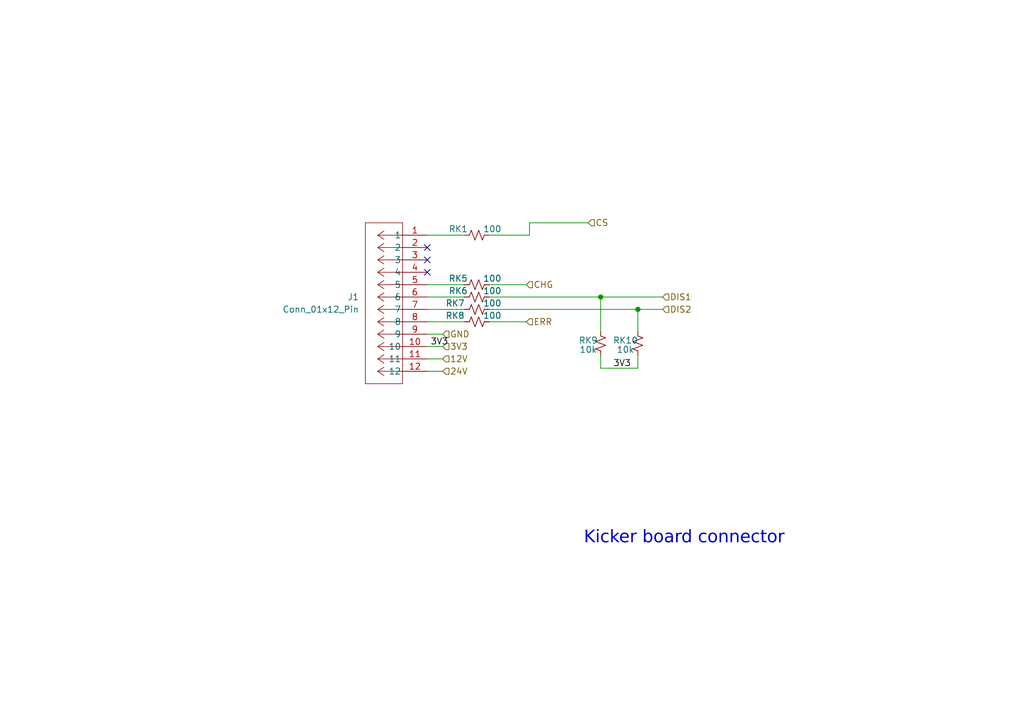
<source format=kicad_sch>
(kicad_sch (version 20231120) (generator "eeschema") (generator_version "8.0")
  (paper "A5")
  (lib_symbols
    (symbol "Device:R_Small_US" (pin_numbers hide) (pin_names (offset 0.254) hide)
      (property "Reference" "R" (at 0.762 0.508 0))
      (property "Value" "R_Small_US" (at 0.762 -1.016 0))
      (symbol "R_Small_US_1_1"
        (polyline (pts (xy 0 0) (xy 1.016 -0.381) (xy 0 -0.762) (xy -1.016 -1.143) (xy 0 -1.524)))
        (polyline (pts (xy 0 1.524) (xy 1.016 1.143) (xy 0 0.762) (xy -1.016 0.381) (xy 0 0)))
        (pin passive line (at 0 2.54 270) (length 1.016) (name "~") (number "1"))
        (pin passive line (at 0 -2.54 90) (length 1.016) (name "~") (number "2"))
      )
    )
    (symbol "Hirose_12PConn:DF13-12P-1.25DS20" (pin_names (offset 0.254))
      (property "Reference" "J" (at 8.89 6.35 0))
      (property "Value" "DF13-12P-1.25DS20" (at 0 0 0))
      (symbol "DF13-12P-1.25DS20_0_1"
        (polyline (pts (xy 5.08 -30.48) (xy 12.7 -30.48)) (stroke (width 0.127)))
        (polyline (pts (xy 5.08 2.54) (xy 5.08 -30.48)) (stroke (width 0.127)))
        (polyline (pts (xy 10.16 -27.94) (xy 5.08 -27.94)) (stroke (width 0.127)))
        (polyline (pts (xy 10.16 -27.94) (xy 8.89 -28.7867)) (stroke (width 0.127)))
        (polyline (pts (xy 10.16 -27.94) (xy 8.89 -27.0933)) (stroke (width 0.127)))
        (polyline (pts (xy 10.16 -25.4) (xy 5.08 -25.4)) (stroke (width 0.127)))
        (polyline (pts (xy 10.16 -25.4) (xy 8.89 -26.2467)) (stroke (width 0.127)))
        (polyline (pts (xy 10.16 -25.4) (xy 8.89 -24.5533)) (stroke (width 0.127)))
        (polyline (pts (xy 10.16 -22.86) (xy 5.08 -22.86)) (stroke (width 0.127)))
        (polyline (pts (xy 10.16 -22.86) (xy 8.89 -23.7067)) (stroke (width 0.127)))
        (polyline (pts (xy 10.16 -22.86) (xy 8.89 -22.0133)) (stroke (width 0.127)))
        (polyline (pts (xy 10.16 -20.32) (xy 5.08 -20.32)) (stroke (width 0.127)))
        (polyline (pts (xy 10.16 -20.32) (xy 8.89 -21.1667)) (stroke (width 0.127)))
        (polyline (pts (xy 10.16 -20.32) (xy 8.89 -19.4733)) (stroke (width 0.127)))
        (polyline (pts (xy 10.16 -17.78) (xy 5.08 -17.78)) (stroke (width 0.127)))
        (polyline (pts (xy 10.16 -17.78) (xy 8.89 -18.6267)) (stroke (width 0.127)))
        (polyline (pts (xy 10.16 -17.78) (xy 8.89 -16.9333)) (stroke (width 0.127)))
        (polyline (pts (xy 10.16 -15.24) (xy 5.08 -15.24)) (stroke (width 0.127)))
        (polyline (pts (xy 10.16 -15.24) (xy 8.89 -16.0867)) (stroke (width 0.127)))
        (polyline (pts (xy 10.16 -15.24) (xy 8.89 -14.3933)) (stroke (width 0.127)))
        (polyline (pts (xy 10.16 -12.7) (xy 5.08 -12.7)) (stroke (width 0.127)))
        (polyline (pts (xy 10.16 -12.7) (xy 8.89 -13.5467)) (stroke (width 0.127)))
        (polyline (pts (xy 10.16 -12.7) (xy 8.89 -11.8533)) (stroke (width 0.127)))
        (polyline (pts (xy 10.16 -10.16) (xy 5.08 -10.16)) (stroke (width 0.127)))
        (polyline (pts (xy 10.16 -10.16) (xy 8.89 -11.0067)) (stroke (width 0.127)))
        (polyline (pts (xy 10.16 -10.16) (xy 8.89 -9.3133)) (stroke (width 0.127)))
        (polyline (pts (xy 10.16 -7.62) (xy 5.08 -7.62)) (stroke (width 0.127)))
        (polyline (pts (xy 10.16 -7.62) (xy 8.89 -8.4667)) (stroke (width 0.127)))
        (polyline (pts (xy 10.16 -7.62) (xy 8.89 -6.7733)) (stroke (width 0.127)))
        (polyline (pts (xy 10.16 -5.08) (xy 5.08 -5.08)) (stroke (width 0.127)))
        (polyline (pts (xy 10.16 -5.08) (xy 8.89 -5.9267)) (stroke (width 0.127)))
        (polyline (pts (xy 10.16 -5.08) (xy 8.89 -4.2333)) (stroke (width 0.127)))
        (polyline (pts (xy 10.16 -2.54) (xy 5.08 -2.54)) (stroke (width 0.127)))
        (polyline (pts (xy 10.16 -2.54) (xy 8.89 -3.3867)) (stroke (width 0.127)))
        (polyline (pts (xy 10.16 -2.54) (xy 8.89 -1.6933)) (stroke (width 0.127)))
        (polyline (pts (xy 10.16 0) (xy 5.08 0)) (stroke (width 0.127)))
        (polyline (pts (xy 10.16 0) (xy 8.89 -0.8467)) (stroke (width 0.127)))
        (polyline (pts (xy 10.16 0) (xy 8.89 0.8467)) (stroke (width 0.127)))
        (polyline (pts (xy 12.7 -30.48) (xy 12.7 2.54)) (stroke (width 0.127)))
        (polyline (pts (xy 12.7 2.54) (xy 5.08 2.54)) (stroke (width 0.127)))
        (pin unspecified line (at 0 0 0) (length 5.08) (name "1") (number "1"))
        (pin unspecified line (at 0 -22.86 0) (length 5.08) (name "10") (number "10"))
        (pin unspecified line (at 0 -25.4 0) (length 5.08) (name "11") (number "11"))
        (pin unspecified line (at 0 -27.94 0) (length 5.08) (name "12") (number "12"))
        (pin unspecified line (at 0 -2.54 0) (length 5.08) (name "2") (number "2"))
        (pin unspecified line (at 0 -5.08 0) (length 5.08) (name "3") (number "3"))
        (pin unspecified line (at 0 -7.62 0) (length 5.08) (name "4") (number "4"))
        (pin unspecified line (at 0 -10.16 0) (length 5.08) (name "5") (number "5"))
        (pin unspecified line (at 0 -12.7 0) (length 5.08) (name "6") (number "6"))
        (pin unspecified line (at 0 -15.24 0) (length 5.08) (name "7") (number "7"))
        (pin unspecified line (at 0 -17.78 0) (length 5.08) (name "8") (number "8"))
        (pin unspecified line (at 0 -20.32 0) (length 5.08) (name "9") (number "9"))
      )
    )
  )
  (junction (at 130.81 63.5))
  (junction (at 123.19 60.96))
  (no_connect (at 87.63 50.8))
  (no_connect (at 87.63 55.88))
  (no_connect (at 87.63 53.34))
  (wire (pts (xy 108.585 45.72) (xy 120.65 45.72)))
  (wire (pts (xy 87.63 76.2) (xy 90.805 76.2)))
  (wire (pts (xy 130.81 63.5) (xy 130.81 67.945)))
  (wire (pts (xy 87.63 66.04) (xy 95.25 66.04)))
  (wire (pts (xy 100.33 60.96) (xy 123.19 60.96)))
  (wire (pts (xy 135.89 63.5) (xy 130.81 63.5)))
  (wire (pts (xy 87.63 73.66) (xy 90.805 73.66)))
  (wire (pts (xy 87.63 71.12) (xy 90.805 71.12)))
  (wire (pts (xy 123.19 60.96) (xy 123.19 67.945)))
  (wire (pts (xy 123.19 60.96) (xy 135.89 60.96)))
  (wire (pts (xy 87.63 68.58) (xy 90.805 68.58)))
  (wire (pts (xy 108.585 45.72) (xy 108.585 48.26)))
  (wire (pts (xy 107.95 66.04) (xy 100.33 66.04)))
  (wire (pts (xy 123.19 73.025) (xy 123.19 75.565)))
  (wire (pts (xy 87.63 63.5) (xy 95.25 63.5)))
  (wire (pts (xy 87.63 58.42) (xy 95.25 58.42)))
  (wire (pts (xy 100.33 48.26) (xy 108.585 48.26)))
  (wire (pts (xy 123.19 75.565) (xy 130.81 75.565)))
  (wire (pts (xy 95.25 48.26) (xy 87.63 48.26)))
  (wire (pts (xy 87.63 60.96) (xy 95.25 60.96)))
  (wire (pts (xy 130.81 75.565) (xy 130.81 73.025)))
  (wire (pts (xy 107.95 58.42) (xy 100.33 58.42)))
  (wire (pts (xy 130.81 63.5) (xy 100.33 63.5)))
  (text "Kicker board connector" (at 140.335 111.125 0) (effects (font (size 2.54 2.54))))
  (label "3V3" (at 125.73 75.565 0))
  (label "3V3" (at 88.265 71.12 0))
  (hierarchical_label "24V" (shape input) (at 90.805 76.2 0))
  (hierarchical_label "ERR" (shape input) (at 107.95 66.04 0))
  (hierarchical_label "12V" (shape input) (at 90.805 73.66 0))
  (hierarchical_label "CHG" (shape input) (at 107.95 58.42 0))
  (hierarchical_label "GND" (shape input) (at 90.805 68.58 0))
  (hierarchical_label "3V3" (shape input) (at 90.805 71.12 0))
  (hierarchical_label "CS" (shape input) (at 120.65 45.72 0))
  (hierarchical_label "DIS1" (shape input) (at 135.89 60.96 0))
  (hierarchical_label "DIS2" (shape input) (at 135.89 63.5 0))
  (symbol (lib_id "Device:R_Small_US") (at 97.79 58.42 90) (unit 1)
    (property "Reference" "RK5" (at 93.98 57.15 90))
    (property "Value" "100" (at 100.965 57.15 90))
    (property "Footprint" "Resistor_SMD:R_0402_1005Metric" (effects (hide yes)))
    (property "Description" "MFR.Part # ERJ2GEJ101X JLCPCB Part # C412972" (effects (hide yes)))
  )
  (symbol (lib_id "Device:R_Small_US") (at 97.79 63.5 90) (unit 1)
    (property "Reference" "RK7" (at 93.345 62.23 90))
    (property "Value" "100" (at 100.965 62.23 90))
    (property "Footprint" "Resistor_SMD:R_0402_1005Metric" (effects (hide yes)))
    (property "Description" "MFR.Part # ERJ2GEJ101X JLCPCB Part # C412972" (effects (hide yes)))
  )
  (symbol (lib_id "Device:R_Small_US") (at 97.79 60.96 90) (unit 1)
    (property "Reference" "RK6" (at 93.98 59.69 90))
    (property "Value" "100" (at 100.965 59.69 90))
    (property "Footprint" "Resistor_SMD:R_0402_1005Metric" (effects (hide yes)))
    (property "Description" "MFR.Part # ERJ2GEJ101X JLCPCB Part # C412972" (effects (hide yes)))
  )
  (symbol (lib_id "Device:R_Small_US") (at 97.79 48.26 90) (unit 1)
    (property "Reference" "RK1" (at 93.98 46.99 90))
    (property "Value" "100" (at 100.965 46.99 90))
    (property "Footprint" "Resistor_SMD:R_0402_1005Metric" (effects (hide yes)))
    (property "Description" "MFR.Part # ERJ2GEJ101X JLCPCB Part # C412972" (effects (hide yes)))
  )
  (symbol (lib_id "Hirose_12PConn:DF13-12P-1.25DS20") (at 87.63 48.26 0) (mirror y) (unit 1) (in_bom no)
    (property "Reference" "J1" (at 73.66 60.9599 0) (effects (justify left)))
    (property "Value" "Conn_01x12_Pin" (at 73.66 63.4999 0) (effects (justify left)))
    (property "Footprint" "12pConn:CON12_1X12_UR_DF13" (effects (hide yes)))
    (property "Datasheet" "DF13-12P-1.25DS20" (effects (hide yes)))
    (property "Description" "Generic connector, single row, 01x12, script generated" (effects (hide yes)))
  )
  (symbol (lib_id "Device:R_Small_US") (at 97.79 66.04 90) (unit 1)
    (property "Reference" "RK8" (at 93.345 64.77 90))
    (property "Value" "100" (at 100.965 64.77 90))
    (property "Footprint" "Resistor_SMD:R_0402_1005Metric" (effects (hide yes)))
    (property "Description" "MFR.Part # ERJ2GEJ101X JLCPCB Part # C412972" (effects (hide yes)))
  )
  (symbol (lib_id "Device:R_Small_US") (at 123.19 70.485 180) (unit 1)
    (property "Reference" "RK9" (at 120.65 69.85 0))
    (property "Value" "10k" (at 120.65 71.755 0))
    (property "Footprint" "Resistor_SMD:R_0402_1005Metric" (effects (hide yes)))
    (property "Description" "MFR.Part # 0402WGJ0103TCE JLCPCB Part # C25531" (effects (hide yes)))
  )
  (symbol (lib_id "Device:R_Small_US") (at 130.81 70.485 180) (unit 1)
    (property "Reference" "RK10" (at 128.27 69.85 0))
    (property "Value" "10k" (at 128.27 71.755 0))
    (property "Footprint" "Resistor_SMD:R_0402_1005Metric" (effects (hide yes)))
    (property "Description" "MFR.Part # 0402WGJ0103TCE JLCPCB Part # C25531" (effects (hide yes)))
  )
)
</source>
